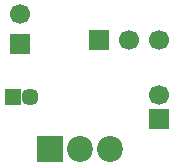
<source format=gbr>
G04 DipTrace 3.2.0.1*
G04 BottomMask.gbr*
%MOMM*%
G04 #@! TF.FileFunction,Soldermask,Bot*
G04 #@! TF.Part,Single*
%ADD34C,2.2*%
%ADD36R,2.2X2.2*%
%ADD38R,1.7X1.7*%
%ADD40C,1.7*%
%ADD42C,1.45*%
%ADD44R,1.45X1.45*%
%FSLAX35Y35*%
G04*
G71*
G90*
G75*
G01*
G04 BotMask*
%LPD*%
D44*
X349250Y2444750D3*
D42*
X499250D3*
D40*
X412750Y3143250D3*
D38*
Y2889250D3*
X1587500Y2254250D3*
D40*
Y2454250D3*
D36*
X666750Y2000250D3*
D34*
X920750D3*
X1174750D3*
D38*
X1079500Y2921000D3*
D40*
X1333500D3*
X1587500D3*
M02*

</source>
